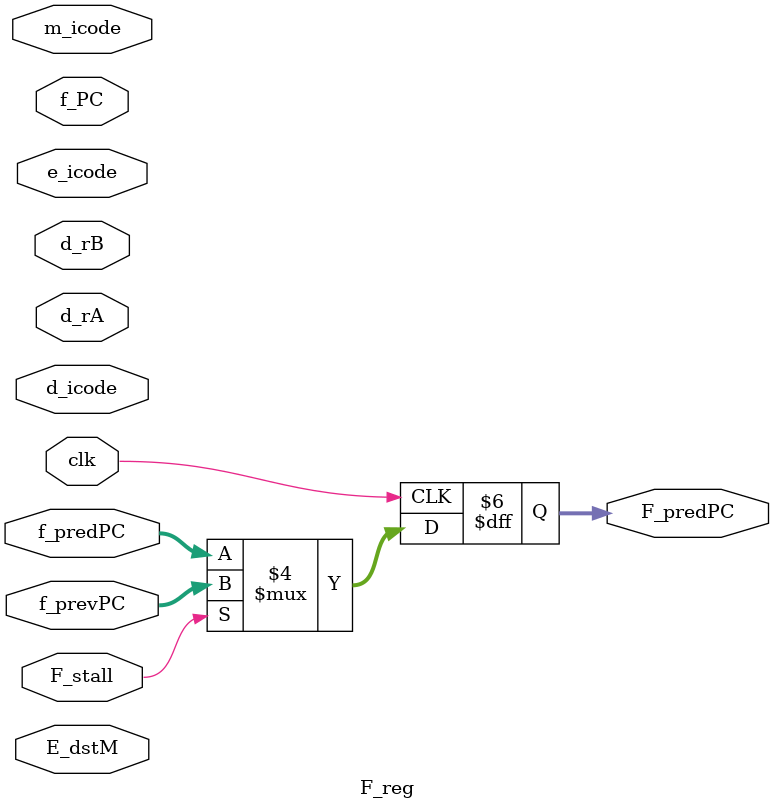
<source format=v>
module F_reg(clk,f_predPC,f_PC,F_stall,F_predPC,e_icode,d_icode,m_icode,E_dstM,d_rA,d_rB,f_prevPC);

input clk;  
input wire F_stall;
input [63:0] f_predPC, f_PC,f_prevPC;
output reg [63:0] F_predPC;
input wire [3:0] d_rA,d_rB,d_icode,e_icode,m_icode,E_dstM;

initial begin  
    F_predPC = 64'd0;
end

always@(posedge clk) begin // e_icode,d_icode,E_dstM,m_icode,d_rA,d_rB
    // if(((e_icode == 4'b0101 || e_icode == 4'b1011) && (E_dstM == d_rA || E_dstM == d_rB)) || 
    //     (d_icode == 4'b1001 || e_icode == 4'b1001 || m_icode == 4'b1001) ) begin
    //     F_stall = 1;
    // end
    // else begin
    //     F_stall = 0;
    // end
    if(F_stall) begin
        F_predPC = f_prevPC;
    end
    else begin
        F_predPC = f_predPC;
    end
end

// always@(*) begin
//     if(((e_icode == 4'b0101 || e_icode == 4'b1011) && (E_dstM == d_rA || E_dstM == d_rB)) || 
//         (d_icode == 4'b1001 || e_icode == 4'b1001 || m_icode == 4'b1001) ) begin
//         F_stall = 1;
//     end
//     else begin
//         F_stall = 0;
//     end
// end

// always@(posedge clk) begin
//     if(F_stall) begin
//         F_predPC = f_PC;
//     end
//     else begin
//         F_predPC = f_predPC;
//     end
// end

endmodule
</source>
